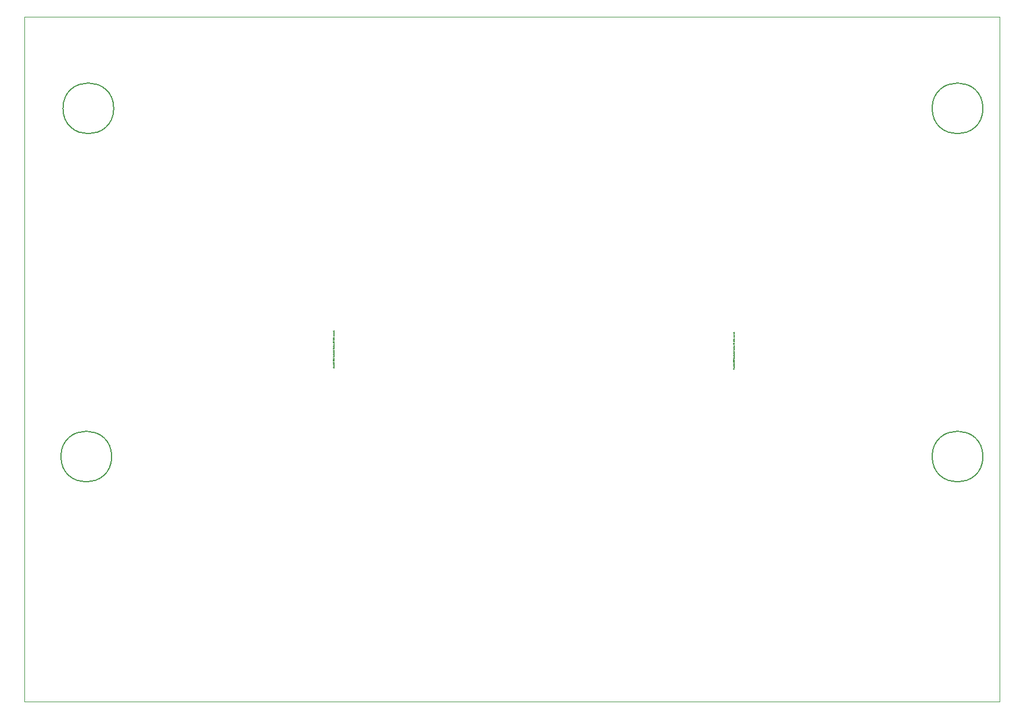
<source format=gbr>
G04 #@! TF.GenerationSoftware,KiCad,Pcbnew,(6.0.5)*
G04 #@! TF.CreationDate,2022-06-05T13:27:19-04:00*
G04 #@! TF.ProjectId,PB_16,50425f31-362e-46b6-9963-61645f706362,v2.2*
G04 #@! TF.SameCoordinates,Original*
G04 #@! TF.FileFunction,Other,Comment*
%FSLAX46Y46*%
G04 Gerber Fmt 4.6, Leading zero omitted, Abs format (unit mm)*
G04 Created by KiCad (PCBNEW (6.0.5)) date 2022-06-05 13:27:19*
%MOMM*%
%LPD*%
G01*
G04 APERTURE LIST*
G04 #@! TA.AperFunction,Profile*
%ADD10C,0.050000*%
G04 #@! TD*
%ADD11C,0.002000*%
%ADD12C,0.150000*%
G04 APERTURE END LIST*
D10*
X214228800Y-152889360D02*
X214228800Y-52996240D01*
X72128800Y-52996240D02*
X72128800Y-152889360D01*
X214228800Y-52996240D02*
X72128800Y-52996240D01*
X214228800Y-152889360D02*
X72128800Y-152889360D01*
D11*
X117211957Y-104090033D02*
X117218004Y-104096080D01*
X117224052Y-104114223D01*
X117224052Y-104126319D01*
X117218004Y-104144461D01*
X117205909Y-104156557D01*
X117193814Y-104162604D01*
X117169623Y-104168652D01*
X117151480Y-104168652D01*
X117127290Y-104162604D01*
X117115195Y-104156557D01*
X117103100Y-104144461D01*
X117097052Y-104126319D01*
X117097052Y-104114223D01*
X117103100Y-104096080D01*
X117109147Y-104090033D01*
X117224052Y-104017461D02*
X117218004Y-104029557D01*
X117211957Y-104035604D01*
X117199861Y-104041652D01*
X117163576Y-104041652D01*
X117151480Y-104035604D01*
X117145433Y-104029557D01*
X117139385Y-104017461D01*
X117139385Y-103999319D01*
X117145433Y-103987223D01*
X117151480Y-103981176D01*
X117163576Y-103975128D01*
X117199861Y-103975128D01*
X117211957Y-103981176D01*
X117218004Y-103987223D01*
X117224052Y-103999319D01*
X117224052Y-104017461D01*
X117139385Y-103920700D02*
X117266385Y-103920700D01*
X117145433Y-103920700D02*
X117139385Y-103908604D01*
X117139385Y-103884414D01*
X117145433Y-103872319D01*
X117151480Y-103866271D01*
X117163576Y-103860223D01*
X117199861Y-103860223D01*
X117211957Y-103866271D01*
X117218004Y-103872319D01*
X117224052Y-103884414D01*
X117224052Y-103908604D01*
X117218004Y-103920700D01*
X117139385Y-103817890D02*
X117224052Y-103787652D01*
X117139385Y-103757414D02*
X117224052Y-103787652D01*
X117254290Y-103799747D01*
X117260338Y-103805795D01*
X117266385Y-103817890D01*
X117224052Y-103709033D02*
X117139385Y-103709033D01*
X117163576Y-103709033D02*
X117151480Y-103702985D01*
X117145433Y-103696938D01*
X117139385Y-103684842D01*
X117139385Y-103672747D01*
X117224052Y-103630414D02*
X117139385Y-103630414D01*
X117097052Y-103630414D02*
X117103100Y-103636461D01*
X117109147Y-103630414D01*
X117103100Y-103624366D01*
X117097052Y-103630414D01*
X117109147Y-103630414D01*
X117139385Y-103515509D02*
X117242195Y-103515509D01*
X117254290Y-103521557D01*
X117260338Y-103527604D01*
X117266385Y-103539700D01*
X117266385Y-103557842D01*
X117260338Y-103569938D01*
X117218004Y-103515509D02*
X117224052Y-103527604D01*
X117224052Y-103551795D01*
X117218004Y-103563890D01*
X117211957Y-103569938D01*
X117199861Y-103575985D01*
X117163576Y-103575985D01*
X117151480Y-103569938D01*
X117145433Y-103563890D01*
X117139385Y-103551795D01*
X117139385Y-103527604D01*
X117145433Y-103515509D01*
X117224052Y-103455033D02*
X117097052Y-103455033D01*
X117224052Y-103400604D02*
X117157528Y-103400604D01*
X117145433Y-103406652D01*
X117139385Y-103418747D01*
X117139385Y-103436890D01*
X117145433Y-103448985D01*
X117151480Y-103455033D01*
X117139385Y-103358271D02*
X117139385Y-103309890D01*
X117097052Y-103340128D02*
X117205909Y-103340128D01*
X117218004Y-103334080D01*
X117224052Y-103321985D01*
X117224052Y-103309890D01*
X117109147Y-103176842D02*
X117103100Y-103170795D01*
X117097052Y-103158700D01*
X117097052Y-103128461D01*
X117103100Y-103116366D01*
X117109147Y-103110319D01*
X117121242Y-103104271D01*
X117133338Y-103104271D01*
X117151480Y-103110319D01*
X117224052Y-103182890D01*
X117224052Y-103104271D01*
X117097052Y-103025652D02*
X117097052Y-103013557D01*
X117103100Y-103001461D01*
X117109147Y-102995414D01*
X117121242Y-102989366D01*
X117145433Y-102983319D01*
X117175671Y-102983319D01*
X117199861Y-102989366D01*
X117211957Y-102995414D01*
X117218004Y-103001461D01*
X117224052Y-103013557D01*
X117224052Y-103025652D01*
X117218004Y-103037747D01*
X117211957Y-103043795D01*
X117199861Y-103049842D01*
X117175671Y-103055890D01*
X117145433Y-103055890D01*
X117121242Y-103049842D01*
X117109147Y-103043795D01*
X117103100Y-103037747D01*
X117097052Y-103025652D01*
X117224052Y-102862366D02*
X117224052Y-102934938D01*
X117224052Y-102898652D02*
X117097052Y-102898652D01*
X117115195Y-102910747D01*
X117127290Y-102922842D01*
X117133338Y-102934938D01*
X117097052Y-102753509D02*
X117097052Y-102777700D01*
X117103100Y-102789795D01*
X117109147Y-102795842D01*
X117127290Y-102807938D01*
X117151480Y-102813985D01*
X117199861Y-102813985D01*
X117211957Y-102807938D01*
X117218004Y-102801890D01*
X117224052Y-102789795D01*
X117224052Y-102765604D01*
X117218004Y-102753509D01*
X117211957Y-102747461D01*
X117199861Y-102741414D01*
X117169623Y-102741414D01*
X117157528Y-102747461D01*
X117151480Y-102753509D01*
X117145433Y-102765604D01*
X117145433Y-102789795D01*
X117151480Y-102801890D01*
X117157528Y-102807938D01*
X117169623Y-102813985D01*
X117187766Y-102596271D02*
X117187766Y-102535795D01*
X117224052Y-102608366D02*
X117097052Y-102566033D01*
X117224052Y-102523700D01*
X117218004Y-102426938D02*
X117224052Y-102439033D01*
X117224052Y-102463223D01*
X117218004Y-102475319D01*
X117211957Y-102481366D01*
X117199861Y-102487414D01*
X117163576Y-102487414D01*
X117151480Y-102481366D01*
X117145433Y-102475319D01*
X117139385Y-102463223D01*
X117139385Y-102439033D01*
X117145433Y-102426938D01*
X117218004Y-102318080D02*
X117224052Y-102330176D01*
X117224052Y-102354366D01*
X117218004Y-102366461D01*
X117211957Y-102372509D01*
X117199861Y-102378557D01*
X117163576Y-102378557D01*
X117151480Y-102372509D01*
X117145433Y-102366461D01*
X117139385Y-102354366D01*
X117139385Y-102330176D01*
X117145433Y-102318080D01*
X117218004Y-102215271D02*
X117224052Y-102227366D01*
X117224052Y-102251557D01*
X117218004Y-102263652D01*
X117205909Y-102269700D01*
X117157528Y-102269700D01*
X117145433Y-102263652D01*
X117139385Y-102251557D01*
X117139385Y-102227366D01*
X117145433Y-102215271D01*
X117157528Y-102209223D01*
X117169623Y-102209223D01*
X117181719Y-102269700D01*
X117224052Y-102136652D02*
X117218004Y-102148747D01*
X117205909Y-102154795D01*
X117097052Y-102154795D01*
X117218004Y-102039890D02*
X117224052Y-102051985D01*
X117224052Y-102076176D01*
X117218004Y-102088271D01*
X117205909Y-102094319D01*
X117157528Y-102094319D01*
X117145433Y-102088271D01*
X117139385Y-102076176D01*
X117139385Y-102051985D01*
X117145433Y-102039890D01*
X117157528Y-102033842D01*
X117169623Y-102033842D01*
X117181719Y-102094319D01*
X117224052Y-101979414D02*
X117139385Y-101979414D01*
X117163576Y-101979414D02*
X117151480Y-101973366D01*
X117145433Y-101967319D01*
X117139385Y-101955223D01*
X117139385Y-101943128D01*
X117224052Y-101846366D02*
X117157528Y-101846366D01*
X117145433Y-101852414D01*
X117139385Y-101864509D01*
X117139385Y-101888700D01*
X117145433Y-101900795D01*
X117218004Y-101846366D02*
X117224052Y-101858461D01*
X117224052Y-101888700D01*
X117218004Y-101900795D01*
X117205909Y-101906842D01*
X117193814Y-101906842D01*
X117181719Y-101900795D01*
X117175671Y-101888700D01*
X117175671Y-101858461D01*
X117169623Y-101846366D01*
X117139385Y-101804033D02*
X117139385Y-101755652D01*
X117097052Y-101785890D02*
X117205909Y-101785890D01*
X117218004Y-101779842D01*
X117224052Y-101767747D01*
X117224052Y-101755652D01*
X117218004Y-101664938D02*
X117224052Y-101677033D01*
X117224052Y-101701223D01*
X117218004Y-101713319D01*
X117205909Y-101719366D01*
X117157528Y-101719366D01*
X117145433Y-101713319D01*
X117139385Y-101701223D01*
X117139385Y-101677033D01*
X117145433Y-101664938D01*
X117157528Y-101658890D01*
X117169623Y-101658890D01*
X117181719Y-101719366D01*
X117224052Y-101550033D02*
X117097052Y-101550033D01*
X117218004Y-101550033D02*
X117224052Y-101562128D01*
X117224052Y-101586319D01*
X117218004Y-101598414D01*
X117211957Y-101604461D01*
X117199861Y-101610509D01*
X117163576Y-101610509D01*
X117151480Y-101604461D01*
X117145433Y-101598414D01*
X117139385Y-101586319D01*
X117139385Y-101562128D01*
X117145433Y-101550033D01*
X117224052Y-101392795D02*
X117097052Y-101392795D01*
X117097052Y-101362557D01*
X117103100Y-101344414D01*
X117115195Y-101332319D01*
X117127290Y-101326271D01*
X117151480Y-101320223D01*
X117169623Y-101320223D01*
X117193814Y-101326271D01*
X117205909Y-101332319D01*
X117218004Y-101344414D01*
X117224052Y-101362557D01*
X117224052Y-101392795D01*
X117218004Y-101217414D02*
X117224052Y-101229509D01*
X117224052Y-101253700D01*
X117218004Y-101265795D01*
X117205909Y-101271842D01*
X117157528Y-101271842D01*
X117145433Y-101265795D01*
X117139385Y-101253700D01*
X117139385Y-101229509D01*
X117145433Y-101217414D01*
X117157528Y-101211366D01*
X117169623Y-101211366D01*
X117181719Y-101271842D01*
X117218004Y-101162985D02*
X117224052Y-101150890D01*
X117224052Y-101126700D01*
X117218004Y-101114604D01*
X117205909Y-101108557D01*
X117199861Y-101108557D01*
X117187766Y-101114604D01*
X117181719Y-101126700D01*
X117181719Y-101144842D01*
X117175671Y-101156938D01*
X117163576Y-101162985D01*
X117157528Y-101162985D01*
X117145433Y-101156938D01*
X117139385Y-101144842D01*
X117139385Y-101126700D01*
X117145433Y-101114604D01*
X117224052Y-101054128D02*
X117139385Y-101054128D01*
X117097052Y-101054128D02*
X117103100Y-101060176D01*
X117109147Y-101054128D01*
X117103100Y-101048080D01*
X117097052Y-101054128D01*
X117109147Y-101054128D01*
X117139385Y-100939223D02*
X117242195Y-100939223D01*
X117254290Y-100945271D01*
X117260338Y-100951319D01*
X117266385Y-100963414D01*
X117266385Y-100981557D01*
X117260338Y-100993652D01*
X117218004Y-100939223D02*
X117224052Y-100951319D01*
X117224052Y-100975509D01*
X117218004Y-100987604D01*
X117211957Y-100993652D01*
X117199861Y-100999700D01*
X117163576Y-100999700D01*
X117151480Y-100993652D01*
X117145433Y-100987604D01*
X117139385Y-100975509D01*
X117139385Y-100951319D01*
X117145433Y-100939223D01*
X117139385Y-100878747D02*
X117224052Y-100878747D01*
X117151480Y-100878747D02*
X117145433Y-100872700D01*
X117139385Y-100860604D01*
X117139385Y-100842461D01*
X117145433Y-100830366D01*
X117157528Y-100824319D01*
X117224052Y-100824319D01*
X117218004Y-100769890D02*
X117224052Y-100757795D01*
X117224052Y-100733604D01*
X117218004Y-100721509D01*
X117205909Y-100715461D01*
X117199861Y-100715461D01*
X117187766Y-100721509D01*
X117181719Y-100733604D01*
X117181719Y-100751747D01*
X117175671Y-100763842D01*
X117163576Y-100769890D01*
X117157528Y-100769890D01*
X117145433Y-100763842D01*
X117139385Y-100751747D01*
X117139385Y-100733604D01*
X117145433Y-100721509D01*
X117211957Y-100661033D02*
X117218004Y-100654985D01*
X117224052Y-100661033D01*
X117218004Y-100667080D01*
X117211957Y-100661033D01*
X117224052Y-100661033D01*
X117187766Y-100509842D02*
X117187766Y-100449366D01*
X117224052Y-100521938D02*
X117097052Y-100479604D01*
X117224052Y-100437271D01*
X117224052Y-100376795D02*
X117218004Y-100388890D01*
X117205909Y-100394938D01*
X117097052Y-100394938D01*
X117224052Y-100310271D02*
X117218004Y-100322366D01*
X117205909Y-100328414D01*
X117097052Y-100328414D01*
X117224052Y-100165128D02*
X117139385Y-100165128D01*
X117163576Y-100165128D02*
X117151480Y-100159080D01*
X117145433Y-100153033D01*
X117139385Y-100140938D01*
X117139385Y-100128842D01*
X117224052Y-100086509D02*
X117139385Y-100086509D01*
X117097052Y-100086509D02*
X117103100Y-100092557D01*
X117109147Y-100086509D01*
X117103100Y-100080461D01*
X117097052Y-100086509D01*
X117109147Y-100086509D01*
X117139385Y-99971604D02*
X117242195Y-99971604D01*
X117254290Y-99977652D01*
X117260338Y-99983700D01*
X117266385Y-99995795D01*
X117266385Y-100013938D01*
X117260338Y-100026033D01*
X117218004Y-99971604D02*
X117224052Y-99983700D01*
X117224052Y-100007890D01*
X117218004Y-100019985D01*
X117211957Y-100026033D01*
X117199861Y-100032080D01*
X117163576Y-100032080D01*
X117151480Y-100026033D01*
X117145433Y-100019985D01*
X117139385Y-100007890D01*
X117139385Y-99983700D01*
X117145433Y-99971604D01*
X117224052Y-99911128D02*
X117097052Y-99911128D01*
X117224052Y-99856700D02*
X117157528Y-99856700D01*
X117145433Y-99862747D01*
X117139385Y-99874842D01*
X117139385Y-99892985D01*
X117145433Y-99905080D01*
X117151480Y-99911128D01*
X117139385Y-99814366D02*
X117139385Y-99765985D01*
X117097052Y-99796223D02*
X117205909Y-99796223D01*
X117218004Y-99790176D01*
X117224052Y-99778080D01*
X117224052Y-99765985D01*
X117218004Y-99729700D02*
X117224052Y-99717604D01*
X117224052Y-99693414D01*
X117218004Y-99681319D01*
X117205909Y-99675271D01*
X117199861Y-99675271D01*
X117187766Y-99681319D01*
X117181719Y-99693414D01*
X117181719Y-99711557D01*
X117175671Y-99723652D01*
X117163576Y-99729700D01*
X117157528Y-99729700D01*
X117145433Y-99723652D01*
X117139385Y-99711557D01*
X117139385Y-99693414D01*
X117145433Y-99681319D01*
X117224052Y-99524080D02*
X117139385Y-99524080D01*
X117163576Y-99524080D02*
X117151480Y-99518033D01*
X117145433Y-99511985D01*
X117139385Y-99499890D01*
X117139385Y-99487795D01*
X117218004Y-99397080D02*
X117224052Y-99409176D01*
X117224052Y-99433366D01*
X117218004Y-99445461D01*
X117205909Y-99451509D01*
X117157528Y-99451509D01*
X117145433Y-99445461D01*
X117139385Y-99433366D01*
X117139385Y-99409176D01*
X117145433Y-99397080D01*
X117157528Y-99391033D01*
X117169623Y-99391033D01*
X117181719Y-99451509D01*
X117218004Y-99342652D02*
X117224052Y-99330557D01*
X117224052Y-99306366D01*
X117218004Y-99294271D01*
X117205909Y-99288223D01*
X117199861Y-99288223D01*
X117187766Y-99294271D01*
X117181719Y-99306366D01*
X117181719Y-99324509D01*
X117175671Y-99336604D01*
X117163576Y-99342652D01*
X117157528Y-99342652D01*
X117145433Y-99336604D01*
X117139385Y-99324509D01*
X117139385Y-99306366D01*
X117145433Y-99294271D01*
X117218004Y-99185414D02*
X117224052Y-99197509D01*
X117224052Y-99221700D01*
X117218004Y-99233795D01*
X117205909Y-99239842D01*
X117157528Y-99239842D01*
X117145433Y-99233795D01*
X117139385Y-99221700D01*
X117139385Y-99197509D01*
X117145433Y-99185414D01*
X117157528Y-99179366D01*
X117169623Y-99179366D01*
X117181719Y-99239842D01*
X117224052Y-99124938D02*
X117139385Y-99124938D01*
X117163576Y-99124938D02*
X117151480Y-99118890D01*
X117145433Y-99112842D01*
X117139385Y-99100747D01*
X117139385Y-99088652D01*
X117139385Y-99058414D02*
X117224052Y-99028176D01*
X117139385Y-98997938D01*
X117218004Y-98901176D02*
X117224052Y-98913271D01*
X117224052Y-98937461D01*
X117218004Y-98949557D01*
X117205909Y-98955604D01*
X117157528Y-98955604D01*
X117145433Y-98949557D01*
X117139385Y-98937461D01*
X117139385Y-98913271D01*
X117145433Y-98901176D01*
X117157528Y-98895128D01*
X117169623Y-98895128D01*
X117181719Y-98955604D01*
X117224052Y-98786271D02*
X117097052Y-98786271D01*
X117218004Y-98786271D02*
X117224052Y-98798366D01*
X117224052Y-98822557D01*
X117218004Y-98834652D01*
X117211957Y-98840700D01*
X117199861Y-98846747D01*
X117163576Y-98846747D01*
X117151480Y-98840700D01*
X117145433Y-98834652D01*
X117139385Y-98822557D01*
X117139385Y-98798366D01*
X117145433Y-98786271D01*
X117211957Y-98725795D02*
X117218004Y-98719747D01*
X117224052Y-98725795D01*
X117218004Y-98731842D01*
X117211957Y-98725795D01*
X117224052Y-98725795D01*
X175515117Y-104298313D02*
X175521164Y-104304360D01*
X175527212Y-104322503D01*
X175527212Y-104334599D01*
X175521164Y-104352741D01*
X175509069Y-104364837D01*
X175496974Y-104370884D01*
X175472783Y-104376932D01*
X175454640Y-104376932D01*
X175430450Y-104370884D01*
X175418355Y-104364837D01*
X175406260Y-104352741D01*
X175400212Y-104334599D01*
X175400212Y-104322503D01*
X175406260Y-104304360D01*
X175412307Y-104298313D01*
X175527212Y-104225741D02*
X175521164Y-104237837D01*
X175515117Y-104243884D01*
X175503021Y-104249932D01*
X175466736Y-104249932D01*
X175454640Y-104243884D01*
X175448593Y-104237837D01*
X175442545Y-104225741D01*
X175442545Y-104207599D01*
X175448593Y-104195503D01*
X175454640Y-104189456D01*
X175466736Y-104183408D01*
X175503021Y-104183408D01*
X175515117Y-104189456D01*
X175521164Y-104195503D01*
X175527212Y-104207599D01*
X175527212Y-104225741D01*
X175442545Y-104128980D02*
X175569545Y-104128980D01*
X175448593Y-104128980D02*
X175442545Y-104116884D01*
X175442545Y-104092694D01*
X175448593Y-104080599D01*
X175454640Y-104074551D01*
X175466736Y-104068503D01*
X175503021Y-104068503D01*
X175515117Y-104074551D01*
X175521164Y-104080599D01*
X175527212Y-104092694D01*
X175527212Y-104116884D01*
X175521164Y-104128980D01*
X175442545Y-104026170D02*
X175527212Y-103995932D01*
X175442545Y-103965694D02*
X175527212Y-103995932D01*
X175557450Y-104008027D01*
X175563498Y-104014075D01*
X175569545Y-104026170D01*
X175527212Y-103917313D02*
X175442545Y-103917313D01*
X175466736Y-103917313D02*
X175454640Y-103911265D01*
X175448593Y-103905218D01*
X175442545Y-103893122D01*
X175442545Y-103881027D01*
X175527212Y-103838694D02*
X175442545Y-103838694D01*
X175400212Y-103838694D02*
X175406260Y-103844741D01*
X175412307Y-103838694D01*
X175406260Y-103832646D01*
X175400212Y-103838694D01*
X175412307Y-103838694D01*
X175442545Y-103723789D02*
X175545355Y-103723789D01*
X175557450Y-103729837D01*
X175563498Y-103735884D01*
X175569545Y-103747980D01*
X175569545Y-103766122D01*
X175563498Y-103778218D01*
X175521164Y-103723789D02*
X175527212Y-103735884D01*
X175527212Y-103760075D01*
X175521164Y-103772170D01*
X175515117Y-103778218D01*
X175503021Y-103784265D01*
X175466736Y-103784265D01*
X175454640Y-103778218D01*
X175448593Y-103772170D01*
X175442545Y-103760075D01*
X175442545Y-103735884D01*
X175448593Y-103723789D01*
X175527212Y-103663313D02*
X175400212Y-103663313D01*
X175527212Y-103608884D02*
X175460688Y-103608884D01*
X175448593Y-103614932D01*
X175442545Y-103627027D01*
X175442545Y-103645170D01*
X175448593Y-103657265D01*
X175454640Y-103663313D01*
X175442545Y-103566551D02*
X175442545Y-103518170D01*
X175400212Y-103548408D02*
X175509069Y-103548408D01*
X175521164Y-103542360D01*
X175527212Y-103530265D01*
X175527212Y-103518170D01*
X175412307Y-103385122D02*
X175406260Y-103379075D01*
X175400212Y-103366980D01*
X175400212Y-103336741D01*
X175406260Y-103324646D01*
X175412307Y-103318599D01*
X175424402Y-103312551D01*
X175436498Y-103312551D01*
X175454640Y-103318599D01*
X175527212Y-103391170D01*
X175527212Y-103312551D01*
X175400212Y-103233932D02*
X175400212Y-103221837D01*
X175406260Y-103209741D01*
X175412307Y-103203694D01*
X175424402Y-103197646D01*
X175448593Y-103191599D01*
X175478831Y-103191599D01*
X175503021Y-103197646D01*
X175515117Y-103203694D01*
X175521164Y-103209741D01*
X175527212Y-103221837D01*
X175527212Y-103233932D01*
X175521164Y-103246027D01*
X175515117Y-103252075D01*
X175503021Y-103258122D01*
X175478831Y-103264170D01*
X175448593Y-103264170D01*
X175424402Y-103258122D01*
X175412307Y-103252075D01*
X175406260Y-103246027D01*
X175400212Y-103233932D01*
X175527212Y-103070646D02*
X175527212Y-103143218D01*
X175527212Y-103106932D02*
X175400212Y-103106932D01*
X175418355Y-103119027D01*
X175430450Y-103131122D01*
X175436498Y-103143218D01*
X175400212Y-102961789D02*
X175400212Y-102985980D01*
X175406260Y-102998075D01*
X175412307Y-103004122D01*
X175430450Y-103016218D01*
X175454640Y-103022265D01*
X175503021Y-103022265D01*
X175515117Y-103016218D01*
X175521164Y-103010170D01*
X175527212Y-102998075D01*
X175527212Y-102973884D01*
X175521164Y-102961789D01*
X175515117Y-102955741D01*
X175503021Y-102949694D01*
X175472783Y-102949694D01*
X175460688Y-102955741D01*
X175454640Y-102961789D01*
X175448593Y-102973884D01*
X175448593Y-102998075D01*
X175454640Y-103010170D01*
X175460688Y-103016218D01*
X175472783Y-103022265D01*
X175490926Y-102804551D02*
X175490926Y-102744075D01*
X175527212Y-102816646D02*
X175400212Y-102774313D01*
X175527212Y-102731980D01*
X175521164Y-102635218D02*
X175527212Y-102647313D01*
X175527212Y-102671503D01*
X175521164Y-102683599D01*
X175515117Y-102689646D01*
X175503021Y-102695694D01*
X175466736Y-102695694D01*
X175454640Y-102689646D01*
X175448593Y-102683599D01*
X175442545Y-102671503D01*
X175442545Y-102647313D01*
X175448593Y-102635218D01*
X175521164Y-102526360D02*
X175527212Y-102538456D01*
X175527212Y-102562646D01*
X175521164Y-102574741D01*
X175515117Y-102580789D01*
X175503021Y-102586837D01*
X175466736Y-102586837D01*
X175454640Y-102580789D01*
X175448593Y-102574741D01*
X175442545Y-102562646D01*
X175442545Y-102538456D01*
X175448593Y-102526360D01*
X175521164Y-102423551D02*
X175527212Y-102435646D01*
X175527212Y-102459837D01*
X175521164Y-102471932D01*
X175509069Y-102477980D01*
X175460688Y-102477980D01*
X175448593Y-102471932D01*
X175442545Y-102459837D01*
X175442545Y-102435646D01*
X175448593Y-102423551D01*
X175460688Y-102417503D01*
X175472783Y-102417503D01*
X175484879Y-102477980D01*
X175527212Y-102344932D02*
X175521164Y-102357027D01*
X175509069Y-102363075D01*
X175400212Y-102363075D01*
X175521164Y-102248170D02*
X175527212Y-102260265D01*
X175527212Y-102284456D01*
X175521164Y-102296551D01*
X175509069Y-102302599D01*
X175460688Y-102302599D01*
X175448593Y-102296551D01*
X175442545Y-102284456D01*
X175442545Y-102260265D01*
X175448593Y-102248170D01*
X175460688Y-102242122D01*
X175472783Y-102242122D01*
X175484879Y-102302599D01*
X175527212Y-102187694D02*
X175442545Y-102187694D01*
X175466736Y-102187694D02*
X175454640Y-102181646D01*
X175448593Y-102175599D01*
X175442545Y-102163503D01*
X175442545Y-102151408D01*
X175527212Y-102054646D02*
X175460688Y-102054646D01*
X175448593Y-102060694D01*
X175442545Y-102072789D01*
X175442545Y-102096980D01*
X175448593Y-102109075D01*
X175521164Y-102054646D02*
X175527212Y-102066741D01*
X175527212Y-102096980D01*
X175521164Y-102109075D01*
X175509069Y-102115122D01*
X175496974Y-102115122D01*
X175484879Y-102109075D01*
X175478831Y-102096980D01*
X175478831Y-102066741D01*
X175472783Y-102054646D01*
X175442545Y-102012313D02*
X175442545Y-101963932D01*
X175400212Y-101994170D02*
X175509069Y-101994170D01*
X175521164Y-101988122D01*
X175527212Y-101976027D01*
X175527212Y-101963932D01*
X175521164Y-101873218D02*
X175527212Y-101885313D01*
X175527212Y-101909503D01*
X175521164Y-101921599D01*
X175509069Y-101927646D01*
X175460688Y-101927646D01*
X175448593Y-101921599D01*
X175442545Y-101909503D01*
X175442545Y-101885313D01*
X175448593Y-101873218D01*
X175460688Y-101867170D01*
X175472783Y-101867170D01*
X175484879Y-101927646D01*
X175527212Y-101758313D02*
X175400212Y-101758313D01*
X175521164Y-101758313D02*
X175527212Y-101770408D01*
X175527212Y-101794599D01*
X175521164Y-101806694D01*
X175515117Y-101812741D01*
X175503021Y-101818789D01*
X175466736Y-101818789D01*
X175454640Y-101812741D01*
X175448593Y-101806694D01*
X175442545Y-101794599D01*
X175442545Y-101770408D01*
X175448593Y-101758313D01*
X175527212Y-101601075D02*
X175400212Y-101601075D01*
X175400212Y-101570837D01*
X175406260Y-101552694D01*
X175418355Y-101540599D01*
X175430450Y-101534551D01*
X175454640Y-101528503D01*
X175472783Y-101528503D01*
X175496974Y-101534551D01*
X175509069Y-101540599D01*
X175521164Y-101552694D01*
X175527212Y-101570837D01*
X175527212Y-101601075D01*
X175521164Y-101425694D02*
X175527212Y-101437789D01*
X175527212Y-101461980D01*
X175521164Y-101474075D01*
X175509069Y-101480122D01*
X175460688Y-101480122D01*
X175448593Y-101474075D01*
X175442545Y-101461980D01*
X175442545Y-101437789D01*
X175448593Y-101425694D01*
X175460688Y-101419646D01*
X175472783Y-101419646D01*
X175484879Y-101480122D01*
X175521164Y-101371265D02*
X175527212Y-101359170D01*
X175527212Y-101334980D01*
X175521164Y-101322884D01*
X175509069Y-101316837D01*
X175503021Y-101316837D01*
X175490926Y-101322884D01*
X175484879Y-101334980D01*
X175484879Y-101353122D01*
X175478831Y-101365218D01*
X175466736Y-101371265D01*
X175460688Y-101371265D01*
X175448593Y-101365218D01*
X175442545Y-101353122D01*
X175442545Y-101334980D01*
X175448593Y-101322884D01*
X175527212Y-101262408D02*
X175442545Y-101262408D01*
X175400212Y-101262408D02*
X175406260Y-101268456D01*
X175412307Y-101262408D01*
X175406260Y-101256360D01*
X175400212Y-101262408D01*
X175412307Y-101262408D01*
X175442545Y-101147503D02*
X175545355Y-101147503D01*
X175557450Y-101153551D01*
X175563498Y-101159599D01*
X175569545Y-101171694D01*
X175569545Y-101189837D01*
X175563498Y-101201932D01*
X175521164Y-101147503D02*
X175527212Y-101159599D01*
X175527212Y-101183789D01*
X175521164Y-101195884D01*
X175515117Y-101201932D01*
X175503021Y-101207980D01*
X175466736Y-101207980D01*
X175454640Y-101201932D01*
X175448593Y-101195884D01*
X175442545Y-101183789D01*
X175442545Y-101159599D01*
X175448593Y-101147503D01*
X175442545Y-101087027D02*
X175527212Y-101087027D01*
X175454640Y-101087027D02*
X175448593Y-101080980D01*
X175442545Y-101068884D01*
X175442545Y-101050741D01*
X175448593Y-101038646D01*
X175460688Y-101032599D01*
X175527212Y-101032599D01*
X175521164Y-100978170D02*
X175527212Y-100966075D01*
X175527212Y-100941884D01*
X175521164Y-100929789D01*
X175509069Y-100923741D01*
X175503021Y-100923741D01*
X175490926Y-100929789D01*
X175484879Y-100941884D01*
X175484879Y-100960027D01*
X175478831Y-100972122D01*
X175466736Y-100978170D01*
X175460688Y-100978170D01*
X175448593Y-100972122D01*
X175442545Y-100960027D01*
X175442545Y-100941884D01*
X175448593Y-100929789D01*
X175515117Y-100869313D02*
X175521164Y-100863265D01*
X175527212Y-100869313D01*
X175521164Y-100875360D01*
X175515117Y-100869313D01*
X175527212Y-100869313D01*
X175490926Y-100718122D02*
X175490926Y-100657646D01*
X175527212Y-100730218D02*
X175400212Y-100687884D01*
X175527212Y-100645551D01*
X175527212Y-100585075D02*
X175521164Y-100597170D01*
X175509069Y-100603218D01*
X175400212Y-100603218D01*
X175527212Y-100518551D02*
X175521164Y-100530646D01*
X175509069Y-100536694D01*
X175400212Y-100536694D01*
X175527212Y-100373408D02*
X175442545Y-100373408D01*
X175466736Y-100373408D02*
X175454640Y-100367360D01*
X175448593Y-100361313D01*
X175442545Y-100349218D01*
X175442545Y-100337122D01*
X175527212Y-100294789D02*
X175442545Y-100294789D01*
X175400212Y-100294789D02*
X175406260Y-100300837D01*
X175412307Y-100294789D01*
X175406260Y-100288741D01*
X175400212Y-100294789D01*
X175412307Y-100294789D01*
X175442545Y-100179884D02*
X175545355Y-100179884D01*
X175557450Y-100185932D01*
X175563498Y-100191980D01*
X175569545Y-100204075D01*
X175569545Y-100222218D01*
X175563498Y-100234313D01*
X175521164Y-100179884D02*
X175527212Y-100191980D01*
X175527212Y-100216170D01*
X175521164Y-100228265D01*
X175515117Y-100234313D01*
X175503021Y-100240360D01*
X175466736Y-100240360D01*
X175454640Y-100234313D01*
X175448593Y-100228265D01*
X175442545Y-100216170D01*
X175442545Y-100191980D01*
X175448593Y-100179884D01*
X175527212Y-100119408D02*
X175400212Y-100119408D01*
X175527212Y-100064980D02*
X175460688Y-100064980D01*
X175448593Y-100071027D01*
X175442545Y-100083122D01*
X175442545Y-100101265D01*
X175448593Y-100113360D01*
X175454640Y-100119408D01*
X175442545Y-100022646D02*
X175442545Y-99974265D01*
X175400212Y-100004503D02*
X175509069Y-100004503D01*
X175521164Y-99998456D01*
X175527212Y-99986360D01*
X175527212Y-99974265D01*
X175521164Y-99937980D02*
X175527212Y-99925884D01*
X175527212Y-99901694D01*
X175521164Y-99889599D01*
X175509069Y-99883551D01*
X175503021Y-99883551D01*
X175490926Y-99889599D01*
X175484879Y-99901694D01*
X175484879Y-99919837D01*
X175478831Y-99931932D01*
X175466736Y-99937980D01*
X175460688Y-99937980D01*
X175448593Y-99931932D01*
X175442545Y-99919837D01*
X175442545Y-99901694D01*
X175448593Y-99889599D01*
X175527212Y-99732360D02*
X175442545Y-99732360D01*
X175466736Y-99732360D02*
X175454640Y-99726313D01*
X175448593Y-99720265D01*
X175442545Y-99708170D01*
X175442545Y-99696075D01*
X175521164Y-99605360D02*
X175527212Y-99617456D01*
X175527212Y-99641646D01*
X175521164Y-99653741D01*
X175509069Y-99659789D01*
X175460688Y-99659789D01*
X175448593Y-99653741D01*
X175442545Y-99641646D01*
X175442545Y-99617456D01*
X175448593Y-99605360D01*
X175460688Y-99599313D01*
X175472783Y-99599313D01*
X175484879Y-99659789D01*
X175521164Y-99550932D02*
X175527212Y-99538837D01*
X175527212Y-99514646D01*
X175521164Y-99502551D01*
X175509069Y-99496503D01*
X175503021Y-99496503D01*
X175490926Y-99502551D01*
X175484879Y-99514646D01*
X175484879Y-99532789D01*
X175478831Y-99544884D01*
X175466736Y-99550932D01*
X175460688Y-99550932D01*
X175448593Y-99544884D01*
X175442545Y-99532789D01*
X175442545Y-99514646D01*
X175448593Y-99502551D01*
X175521164Y-99393694D02*
X175527212Y-99405789D01*
X175527212Y-99429980D01*
X175521164Y-99442075D01*
X175509069Y-99448122D01*
X175460688Y-99448122D01*
X175448593Y-99442075D01*
X175442545Y-99429980D01*
X175442545Y-99405789D01*
X175448593Y-99393694D01*
X175460688Y-99387646D01*
X175472783Y-99387646D01*
X175484879Y-99448122D01*
X175527212Y-99333218D02*
X175442545Y-99333218D01*
X175466736Y-99333218D02*
X175454640Y-99327170D01*
X175448593Y-99321122D01*
X175442545Y-99309027D01*
X175442545Y-99296932D01*
X175442545Y-99266694D02*
X175527212Y-99236456D01*
X175442545Y-99206218D01*
X175521164Y-99109456D02*
X175527212Y-99121551D01*
X175527212Y-99145741D01*
X175521164Y-99157837D01*
X175509069Y-99163884D01*
X175460688Y-99163884D01*
X175448593Y-99157837D01*
X175442545Y-99145741D01*
X175442545Y-99121551D01*
X175448593Y-99109456D01*
X175460688Y-99103408D01*
X175472783Y-99103408D01*
X175484879Y-99163884D01*
X175527212Y-98994551D02*
X175400212Y-98994551D01*
X175521164Y-98994551D02*
X175527212Y-99006646D01*
X175527212Y-99030837D01*
X175521164Y-99042932D01*
X175515117Y-99048980D01*
X175503021Y-99055027D01*
X175466736Y-99055027D01*
X175454640Y-99048980D01*
X175448593Y-99042932D01*
X175442545Y-99030837D01*
X175442545Y-99006646D01*
X175448593Y-98994551D01*
X175515117Y-98934075D02*
X175521164Y-98928027D01*
X175527212Y-98934075D01*
X175521164Y-98940122D01*
X175515117Y-98934075D01*
X175527212Y-98934075D01*
D12*
X211827600Y-117118600D02*
G75*
G03*
X211827600Y-117118600I-3700000J0D01*
G01*
X85127600Y-66318600D02*
G75*
G03*
X85127600Y-66318600I-3700000J0D01*
G01*
X211827600Y-66318600D02*
G75*
G03*
X211827600Y-66318600I-3700000J0D01*
G01*
X84827600Y-117118600D02*
G75*
G03*
X84827600Y-117118600I-3700000J0D01*
G01*
M02*

</source>
